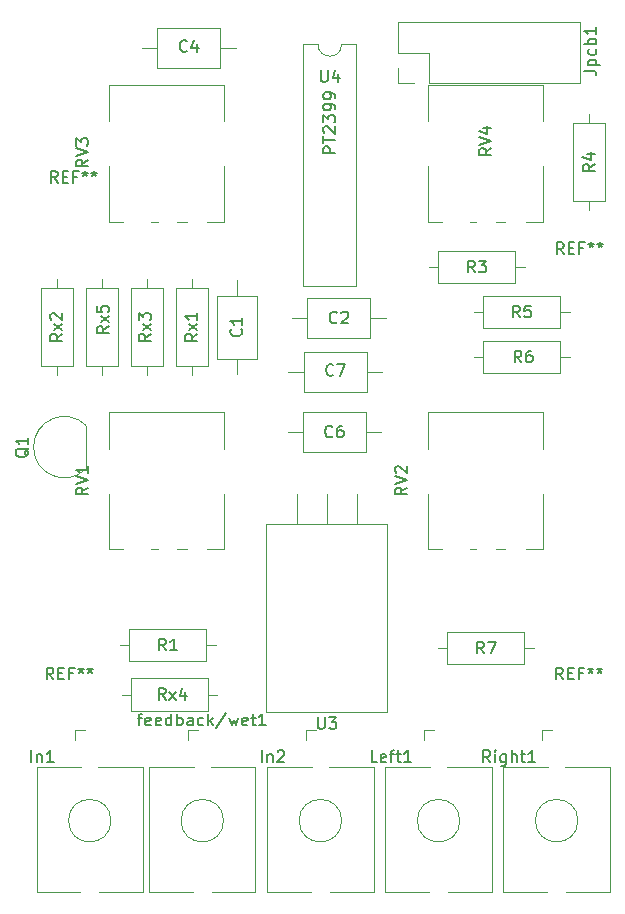
<source format=gbr>
%TF.GenerationSoftware,KiCad,Pcbnew,(6.0.8)*%
%TF.CreationDate,2022-12-02T10:00:09+00:00*%
%TF.ProjectId,DSP 1.0,44535020-312e-4302-9e6b-696361645f70,rev?*%
%TF.SameCoordinates,Original*%
%TF.FileFunction,Legend,Top*%
%TF.FilePolarity,Positive*%
%FSLAX46Y46*%
G04 Gerber Fmt 4.6, Leading zero omitted, Abs format (unit mm)*
G04 Created by KiCad (PCBNEW (6.0.8)) date 2022-12-02 10:00:09*
%MOMM*%
%LPD*%
G01*
G04 APERTURE LIST*
%ADD10C,0.150000*%
%ADD11C,0.120000*%
G04 APERTURE END LIST*
D10*
X73096380Y-84335619D02*
X72096380Y-84335619D01*
X72096380Y-83954666D01*
X72144000Y-83859428D01*
X72191619Y-83811809D01*
X72286857Y-83764190D01*
X72429714Y-83764190D01*
X72524952Y-83811809D01*
X72572571Y-83859428D01*
X72620190Y-83954666D01*
X72620190Y-84335619D01*
X72096380Y-83478476D02*
X72096380Y-82907047D01*
X73096380Y-83192761D02*
X72096380Y-83192761D01*
X72191619Y-82621333D02*
X72144000Y-82573714D01*
X72096380Y-82478476D01*
X72096380Y-82240380D01*
X72144000Y-82145142D01*
X72191619Y-82097523D01*
X72286857Y-82049904D01*
X72382095Y-82049904D01*
X72524952Y-82097523D01*
X73096380Y-82668952D01*
X73096380Y-82049904D01*
X72096380Y-81716571D02*
X72096380Y-81097523D01*
X72477333Y-81430857D01*
X72477333Y-81288000D01*
X72524952Y-81192761D01*
X72572571Y-81145142D01*
X72667809Y-81097523D01*
X72905904Y-81097523D01*
X73001142Y-81145142D01*
X73048761Y-81192761D01*
X73096380Y-81288000D01*
X73096380Y-81573714D01*
X73048761Y-81668952D01*
X73001142Y-81716571D01*
X73096380Y-80621333D02*
X73096380Y-80430857D01*
X73048761Y-80335619D01*
X73001142Y-80288000D01*
X72858285Y-80192761D01*
X72667809Y-80145142D01*
X72286857Y-80145142D01*
X72191619Y-80192761D01*
X72144000Y-80240380D01*
X72096380Y-80335619D01*
X72096380Y-80526095D01*
X72144000Y-80621333D01*
X72191619Y-80668952D01*
X72286857Y-80716571D01*
X72524952Y-80716571D01*
X72620190Y-80668952D01*
X72667809Y-80621333D01*
X72715428Y-80526095D01*
X72715428Y-80335619D01*
X72667809Y-80240380D01*
X72620190Y-80192761D01*
X72524952Y-80145142D01*
X73096380Y-79668952D02*
X73096380Y-79478476D01*
X73048761Y-79383238D01*
X73001142Y-79335619D01*
X72858285Y-79240380D01*
X72667809Y-79192761D01*
X72286857Y-79192761D01*
X72191619Y-79240380D01*
X72144000Y-79288000D01*
X72096380Y-79383238D01*
X72096380Y-79573714D01*
X72144000Y-79668952D01*
X72191619Y-79716571D01*
X72286857Y-79764190D01*
X72524952Y-79764190D01*
X72620190Y-79716571D01*
X72667809Y-79668952D01*
X72715428Y-79573714D01*
X72715428Y-79383238D01*
X72667809Y-79288000D01*
X72620190Y-79240380D01*
X72524952Y-79192761D01*
%TO.C,C4*%
X60539333Y-75668142D02*
X60491714Y-75715761D01*
X60348857Y-75763380D01*
X60253619Y-75763380D01*
X60110761Y-75715761D01*
X60015523Y-75620523D01*
X59967904Y-75525285D01*
X59920285Y-75334809D01*
X59920285Y-75191952D01*
X59967904Y-75001476D01*
X60015523Y-74906238D01*
X60110761Y-74811000D01*
X60253619Y-74763380D01*
X60348857Y-74763380D01*
X60491714Y-74811000D01*
X60539333Y-74858619D01*
X61396476Y-75096714D02*
X61396476Y-75763380D01*
X61158380Y-74715761D02*
X60920285Y-75430047D01*
X61539333Y-75430047D01*
%TO.C,In2*%
X66890428Y-135898380D02*
X66890428Y-134898380D01*
X67366619Y-135231714D02*
X67366619Y-135898380D01*
X67366619Y-135326952D02*
X67414238Y-135279333D01*
X67509476Y-135231714D01*
X67652333Y-135231714D01*
X67747571Y-135279333D01*
X67795190Y-135374571D01*
X67795190Y-135898380D01*
X68223761Y-134993619D02*
X68271380Y-134946000D01*
X68366619Y-134898380D01*
X68604714Y-134898380D01*
X68699952Y-134946000D01*
X68747571Y-134993619D01*
X68795190Y-135088857D01*
X68795190Y-135184095D01*
X68747571Y-135326952D01*
X68176142Y-135898380D01*
X68795190Y-135898380D01*
%TO.C,R3*%
X84923333Y-94432380D02*
X84590000Y-93956190D01*
X84351904Y-94432380D02*
X84351904Y-93432380D01*
X84732857Y-93432380D01*
X84828095Y-93480000D01*
X84875714Y-93527619D01*
X84923333Y-93622857D01*
X84923333Y-93765714D01*
X84875714Y-93860952D01*
X84828095Y-93908571D01*
X84732857Y-93956190D01*
X84351904Y-93956190D01*
X85256666Y-93432380D02*
X85875714Y-93432380D01*
X85542380Y-93813333D01*
X85685238Y-93813333D01*
X85780476Y-93860952D01*
X85828095Y-93908571D01*
X85875714Y-94003809D01*
X85875714Y-94241904D01*
X85828095Y-94337142D01*
X85780476Y-94384761D01*
X85685238Y-94432380D01*
X85399523Y-94432380D01*
X85304285Y-94384761D01*
X85256666Y-94337142D01*
%TO.C,R6*%
X88860333Y-102052380D02*
X88527000Y-101576190D01*
X88288904Y-102052380D02*
X88288904Y-101052380D01*
X88669857Y-101052380D01*
X88765095Y-101100000D01*
X88812714Y-101147619D01*
X88860333Y-101242857D01*
X88860333Y-101385714D01*
X88812714Y-101480952D01*
X88765095Y-101528571D01*
X88669857Y-101576190D01*
X88288904Y-101576190D01*
X89717476Y-101052380D02*
X89527000Y-101052380D01*
X89431761Y-101100000D01*
X89384142Y-101147619D01*
X89288904Y-101290476D01*
X89241285Y-101480952D01*
X89241285Y-101861904D01*
X89288904Y-101957142D01*
X89336523Y-102004761D01*
X89431761Y-102052380D01*
X89622238Y-102052380D01*
X89717476Y-102004761D01*
X89765095Y-101957142D01*
X89812714Y-101861904D01*
X89812714Y-101623809D01*
X89765095Y-101528571D01*
X89717476Y-101480952D01*
X89622238Y-101433333D01*
X89431761Y-101433333D01*
X89336523Y-101480952D01*
X89288904Y-101528571D01*
X89241285Y-101623809D01*
%TO.C,C6*%
X72858333Y-108307142D02*
X72810714Y-108354761D01*
X72667857Y-108402380D01*
X72572619Y-108402380D01*
X72429761Y-108354761D01*
X72334523Y-108259523D01*
X72286904Y-108164285D01*
X72239285Y-107973809D01*
X72239285Y-107830952D01*
X72286904Y-107640476D01*
X72334523Y-107545238D01*
X72429761Y-107450000D01*
X72572619Y-107402380D01*
X72667857Y-107402380D01*
X72810714Y-107450000D01*
X72858333Y-107497619D01*
X73715476Y-107402380D02*
X73525000Y-107402380D01*
X73429761Y-107450000D01*
X73382142Y-107497619D01*
X73286904Y-107640476D01*
X73239285Y-107830952D01*
X73239285Y-108211904D01*
X73286904Y-108307142D01*
X73334523Y-108354761D01*
X73429761Y-108402380D01*
X73620238Y-108402380D01*
X73715476Y-108354761D01*
X73763095Y-108307142D01*
X73810714Y-108211904D01*
X73810714Y-107973809D01*
X73763095Y-107878571D01*
X73715476Y-107830952D01*
X73620238Y-107783333D01*
X73429761Y-107783333D01*
X73334523Y-107830952D01*
X73286904Y-107878571D01*
X73239285Y-107973809D01*
%TO.C,Right1*%
X86223761Y-135898380D02*
X85890428Y-135422190D01*
X85652333Y-135898380D02*
X85652333Y-134898380D01*
X86033285Y-134898380D01*
X86128523Y-134946000D01*
X86176142Y-134993619D01*
X86223761Y-135088857D01*
X86223761Y-135231714D01*
X86176142Y-135326952D01*
X86128523Y-135374571D01*
X86033285Y-135422190D01*
X85652333Y-135422190D01*
X86652333Y-135898380D02*
X86652333Y-135231714D01*
X86652333Y-134898380D02*
X86604714Y-134946000D01*
X86652333Y-134993619D01*
X86699952Y-134946000D01*
X86652333Y-134898380D01*
X86652333Y-134993619D01*
X87557095Y-135231714D02*
X87557095Y-136041238D01*
X87509476Y-136136476D01*
X87461857Y-136184095D01*
X87366619Y-136231714D01*
X87223761Y-136231714D01*
X87128523Y-136184095D01*
X87557095Y-135850761D02*
X87461857Y-135898380D01*
X87271380Y-135898380D01*
X87176142Y-135850761D01*
X87128523Y-135803142D01*
X87080904Y-135707904D01*
X87080904Y-135422190D01*
X87128523Y-135326952D01*
X87176142Y-135279333D01*
X87271380Y-135231714D01*
X87461857Y-135231714D01*
X87557095Y-135279333D01*
X88033285Y-135898380D02*
X88033285Y-134898380D01*
X88461857Y-135898380D02*
X88461857Y-135374571D01*
X88414238Y-135279333D01*
X88319000Y-135231714D01*
X88176142Y-135231714D01*
X88080904Y-135279333D01*
X88033285Y-135326952D01*
X88795190Y-135231714D02*
X89176142Y-135231714D01*
X88938047Y-134898380D02*
X88938047Y-135755523D01*
X88985666Y-135850761D01*
X89080904Y-135898380D01*
X89176142Y-135898380D01*
X90033285Y-135898380D02*
X89461857Y-135898380D01*
X89747571Y-135898380D02*
X89747571Y-134898380D01*
X89652333Y-135041238D01*
X89557095Y-135136476D01*
X89461857Y-135184095D01*
%TO.C,REF\u002A\u002A*%
X49238066Y-128881380D02*
X48904733Y-128405190D01*
X48666638Y-128881380D02*
X48666638Y-127881380D01*
X49047590Y-127881380D01*
X49142828Y-127929000D01*
X49190447Y-127976619D01*
X49238066Y-128071857D01*
X49238066Y-128214714D01*
X49190447Y-128309952D01*
X49142828Y-128357571D01*
X49047590Y-128405190D01*
X48666638Y-128405190D01*
X49666638Y-128357571D02*
X49999971Y-128357571D01*
X50142828Y-128881380D02*
X49666638Y-128881380D01*
X49666638Y-127881380D01*
X50142828Y-127881380D01*
X50904733Y-128357571D02*
X50571400Y-128357571D01*
X50571400Y-128881380D02*
X50571400Y-127881380D01*
X51047590Y-127881380D01*
X51571400Y-127881380D02*
X51571400Y-128119476D01*
X51333304Y-128024238D02*
X51571400Y-128119476D01*
X51809495Y-128024238D01*
X51428542Y-128309952D02*
X51571400Y-128119476D01*
X51714257Y-128309952D01*
X52333304Y-127881380D02*
X52333304Y-128119476D01*
X52095209Y-128024238D02*
X52333304Y-128119476D01*
X52571400Y-128024238D01*
X52190447Y-128309952D02*
X52333304Y-128119476D01*
X52476161Y-128309952D01*
%TO.C,RV4*%
X86304380Y-83907238D02*
X85828190Y-84240571D01*
X86304380Y-84478666D02*
X85304380Y-84478666D01*
X85304380Y-84097714D01*
X85352000Y-84002476D01*
X85399619Y-83954857D01*
X85494857Y-83907238D01*
X85637714Y-83907238D01*
X85732952Y-83954857D01*
X85780571Y-84002476D01*
X85828190Y-84097714D01*
X85828190Y-84478666D01*
X85304380Y-83621523D02*
X86304380Y-83288190D01*
X85304380Y-82954857D01*
X85637714Y-82192952D02*
X86304380Y-82192952D01*
X85256761Y-82431047D02*
X85971047Y-82669142D01*
X85971047Y-82050095D01*
%TO.C,C1*%
X65127142Y-99226666D02*
X65174761Y-99274285D01*
X65222380Y-99417142D01*
X65222380Y-99512380D01*
X65174761Y-99655238D01*
X65079523Y-99750476D01*
X64984285Y-99798095D01*
X64793809Y-99845714D01*
X64650952Y-99845714D01*
X64460476Y-99798095D01*
X64365238Y-99750476D01*
X64270000Y-99655238D01*
X64222380Y-99512380D01*
X64222380Y-99417142D01*
X64270000Y-99274285D01*
X64317619Y-99226666D01*
X65222380Y-98274285D02*
X65222380Y-98845714D01*
X65222380Y-98560000D02*
X64222380Y-98560000D01*
X64365238Y-98655238D01*
X64460476Y-98750476D01*
X64508095Y-98845714D01*
%TO.C,Rx5*%
X53919380Y-98996428D02*
X53443190Y-99329761D01*
X53919380Y-99567857D02*
X52919380Y-99567857D01*
X52919380Y-99186904D01*
X52967000Y-99091666D01*
X53014619Y-99044047D01*
X53109857Y-98996428D01*
X53252714Y-98996428D01*
X53347952Y-99044047D01*
X53395571Y-99091666D01*
X53443190Y-99186904D01*
X53443190Y-99567857D01*
X53919380Y-98663095D02*
X53252714Y-98139285D01*
X53252714Y-98663095D02*
X53919380Y-98139285D01*
X52919380Y-97282142D02*
X52919380Y-97758333D01*
X53395571Y-97805952D01*
X53347952Y-97758333D01*
X53300333Y-97663095D01*
X53300333Y-97425000D01*
X53347952Y-97329761D01*
X53395571Y-97282142D01*
X53490809Y-97234523D01*
X53728904Y-97234523D01*
X53824142Y-97282142D01*
X53871761Y-97329761D01*
X53919380Y-97425000D01*
X53919380Y-97663095D01*
X53871761Y-97758333D01*
X53824142Y-97805952D01*
%TO.C,C7*%
X72938333Y-103100142D02*
X72890714Y-103147761D01*
X72747857Y-103195380D01*
X72652619Y-103195380D01*
X72509761Y-103147761D01*
X72414523Y-103052523D01*
X72366904Y-102957285D01*
X72319285Y-102766809D01*
X72319285Y-102623952D01*
X72366904Y-102433476D01*
X72414523Y-102338238D01*
X72509761Y-102243000D01*
X72652619Y-102195380D01*
X72747857Y-102195380D01*
X72890714Y-102243000D01*
X72938333Y-102290619D01*
X73271666Y-102195380D02*
X73938333Y-102195380D01*
X73509761Y-103195380D01*
%TO.C,feedback/wet1*%
X56372809Y-132119714D02*
X56753761Y-132119714D01*
X56515666Y-132786380D02*
X56515666Y-131929238D01*
X56563285Y-131834000D01*
X56658523Y-131786380D01*
X56753761Y-131786380D01*
X57468047Y-132738761D02*
X57372809Y-132786380D01*
X57182333Y-132786380D01*
X57087095Y-132738761D01*
X57039476Y-132643523D01*
X57039476Y-132262571D01*
X57087095Y-132167333D01*
X57182333Y-132119714D01*
X57372809Y-132119714D01*
X57468047Y-132167333D01*
X57515666Y-132262571D01*
X57515666Y-132357809D01*
X57039476Y-132453047D01*
X58325190Y-132738761D02*
X58229952Y-132786380D01*
X58039476Y-132786380D01*
X57944238Y-132738761D01*
X57896619Y-132643523D01*
X57896619Y-132262571D01*
X57944238Y-132167333D01*
X58039476Y-132119714D01*
X58229952Y-132119714D01*
X58325190Y-132167333D01*
X58372809Y-132262571D01*
X58372809Y-132357809D01*
X57896619Y-132453047D01*
X59229952Y-132786380D02*
X59229952Y-131786380D01*
X59229952Y-132738761D02*
X59134714Y-132786380D01*
X58944238Y-132786380D01*
X58849000Y-132738761D01*
X58801380Y-132691142D01*
X58753761Y-132595904D01*
X58753761Y-132310190D01*
X58801380Y-132214952D01*
X58849000Y-132167333D01*
X58944238Y-132119714D01*
X59134714Y-132119714D01*
X59229952Y-132167333D01*
X59706142Y-132786380D02*
X59706142Y-131786380D01*
X59706142Y-132167333D02*
X59801380Y-132119714D01*
X59991857Y-132119714D01*
X60087095Y-132167333D01*
X60134714Y-132214952D01*
X60182333Y-132310190D01*
X60182333Y-132595904D01*
X60134714Y-132691142D01*
X60087095Y-132738761D01*
X59991857Y-132786380D01*
X59801380Y-132786380D01*
X59706142Y-132738761D01*
X61039476Y-132786380D02*
X61039476Y-132262571D01*
X60991857Y-132167333D01*
X60896619Y-132119714D01*
X60706142Y-132119714D01*
X60610904Y-132167333D01*
X61039476Y-132738761D02*
X60944238Y-132786380D01*
X60706142Y-132786380D01*
X60610904Y-132738761D01*
X60563285Y-132643523D01*
X60563285Y-132548285D01*
X60610904Y-132453047D01*
X60706142Y-132405428D01*
X60944238Y-132405428D01*
X61039476Y-132357809D01*
X61944238Y-132738761D02*
X61849000Y-132786380D01*
X61658523Y-132786380D01*
X61563285Y-132738761D01*
X61515666Y-132691142D01*
X61468047Y-132595904D01*
X61468047Y-132310190D01*
X61515666Y-132214952D01*
X61563285Y-132167333D01*
X61658523Y-132119714D01*
X61849000Y-132119714D01*
X61944238Y-132167333D01*
X62372809Y-132786380D02*
X62372809Y-131786380D01*
X62468047Y-132405428D02*
X62753761Y-132786380D01*
X62753761Y-132119714D02*
X62372809Y-132500666D01*
X63896619Y-131738761D02*
X63039476Y-133024476D01*
X64134714Y-132119714D02*
X64325190Y-132786380D01*
X64515666Y-132310190D01*
X64706142Y-132786380D01*
X64896619Y-132119714D01*
X65658523Y-132738761D02*
X65563285Y-132786380D01*
X65372809Y-132786380D01*
X65277571Y-132738761D01*
X65229952Y-132643523D01*
X65229952Y-132262571D01*
X65277571Y-132167333D01*
X65372809Y-132119714D01*
X65563285Y-132119714D01*
X65658523Y-132167333D01*
X65706142Y-132262571D01*
X65706142Y-132357809D01*
X65229952Y-132453047D01*
X65991857Y-132119714D02*
X66372809Y-132119714D01*
X66134714Y-131786380D02*
X66134714Y-132643523D01*
X66182333Y-132738761D01*
X66277571Y-132786380D01*
X66372809Y-132786380D01*
X67229952Y-132786380D02*
X66658523Y-132786380D01*
X66944238Y-132786380D02*
X66944238Y-131786380D01*
X66849000Y-131929238D01*
X66753761Y-132024476D01*
X66658523Y-132072095D01*
%TO.C,U3*%
X71628095Y-132087380D02*
X71628095Y-132896904D01*
X71675714Y-132992142D01*
X71723333Y-133039761D01*
X71818571Y-133087380D01*
X72009047Y-133087380D01*
X72104285Y-133039761D01*
X72151904Y-132992142D01*
X72199523Y-132896904D01*
X72199523Y-132087380D01*
X72580476Y-132087380D02*
X73199523Y-132087380D01*
X72866190Y-132468333D01*
X73009047Y-132468333D01*
X73104285Y-132515952D01*
X73151904Y-132563571D01*
X73199523Y-132658809D01*
X73199523Y-132896904D01*
X73151904Y-132992142D01*
X73104285Y-133039761D01*
X73009047Y-133087380D01*
X72723333Y-133087380D01*
X72628095Y-133039761D01*
X72580476Y-132992142D01*
%TO.C,Q1*%
X47152619Y-109315238D02*
X47105000Y-109410476D01*
X47009761Y-109505714D01*
X46866904Y-109648571D01*
X46819285Y-109743809D01*
X46819285Y-109839047D01*
X47057380Y-109791428D02*
X47009761Y-109886666D01*
X46914523Y-109981904D01*
X46724047Y-110029523D01*
X46390714Y-110029523D01*
X46200238Y-109981904D01*
X46105000Y-109886666D01*
X46057380Y-109791428D01*
X46057380Y-109600952D01*
X46105000Y-109505714D01*
X46200238Y-109410476D01*
X46390714Y-109362857D01*
X46724047Y-109362857D01*
X46914523Y-109410476D01*
X47009761Y-109505714D01*
X47057380Y-109600952D01*
X47057380Y-109791428D01*
X47057380Y-108410476D02*
X47057380Y-108981904D01*
X47057380Y-108696190D02*
X46057380Y-108696190D01*
X46200238Y-108791428D01*
X46295476Y-108886666D01*
X46343095Y-108981904D01*
%TO.C,REF\u002A\u002A*%
X49593666Y-86844380D02*
X49260333Y-86368190D01*
X49022238Y-86844380D02*
X49022238Y-85844380D01*
X49403190Y-85844380D01*
X49498428Y-85892000D01*
X49546047Y-85939619D01*
X49593666Y-86034857D01*
X49593666Y-86177714D01*
X49546047Y-86272952D01*
X49498428Y-86320571D01*
X49403190Y-86368190D01*
X49022238Y-86368190D01*
X50022238Y-86320571D02*
X50355571Y-86320571D01*
X50498428Y-86844380D02*
X50022238Y-86844380D01*
X50022238Y-85844380D01*
X50498428Y-85844380D01*
X51260333Y-86320571D02*
X50927000Y-86320571D01*
X50927000Y-86844380D02*
X50927000Y-85844380D01*
X51403190Y-85844380D01*
X51927000Y-85844380D02*
X51927000Y-86082476D01*
X51688904Y-85987238D02*
X51927000Y-86082476D01*
X52165095Y-85987238D01*
X51784142Y-86272952D02*
X51927000Y-86082476D01*
X52069857Y-86272952D01*
X52688904Y-85844380D02*
X52688904Y-86082476D01*
X52450809Y-85987238D02*
X52688904Y-86082476D01*
X52927000Y-85987238D01*
X52546047Y-86272952D02*
X52688904Y-86082476D01*
X52831761Y-86272952D01*
%TO.C,RV1*%
X52166380Y-112640238D02*
X51690190Y-112973571D01*
X52166380Y-113211666D02*
X51166380Y-113211666D01*
X51166380Y-112830714D01*
X51214000Y-112735476D01*
X51261619Y-112687857D01*
X51356857Y-112640238D01*
X51499714Y-112640238D01*
X51594952Y-112687857D01*
X51642571Y-112735476D01*
X51690190Y-112830714D01*
X51690190Y-113211666D01*
X51166380Y-112354523D02*
X52166380Y-112021190D01*
X51166380Y-111687857D01*
X52166380Y-110830714D02*
X52166380Y-111402142D01*
X52166380Y-111116428D02*
X51166380Y-111116428D01*
X51309238Y-111211666D01*
X51404476Y-111306904D01*
X51452095Y-111402142D01*
%TO.C,In1*%
X47360428Y-135898380D02*
X47360428Y-134898380D01*
X47836619Y-135231714D02*
X47836619Y-135898380D01*
X47836619Y-135326952D02*
X47884238Y-135279333D01*
X47979476Y-135231714D01*
X48122333Y-135231714D01*
X48217571Y-135279333D01*
X48265190Y-135374571D01*
X48265190Y-135898380D01*
X49265190Y-135898380D02*
X48693761Y-135898380D01*
X48979476Y-135898380D02*
X48979476Y-134898380D01*
X48884238Y-135041238D01*
X48789000Y-135136476D01*
X48693761Y-135184095D01*
%TO.C,REF\u002A\u002A*%
X92392666Y-128881380D02*
X92059333Y-128405190D01*
X91821238Y-128881380D02*
X91821238Y-127881380D01*
X92202190Y-127881380D01*
X92297428Y-127929000D01*
X92345047Y-127976619D01*
X92392666Y-128071857D01*
X92392666Y-128214714D01*
X92345047Y-128309952D01*
X92297428Y-128357571D01*
X92202190Y-128405190D01*
X91821238Y-128405190D01*
X92821238Y-128357571D02*
X93154571Y-128357571D01*
X93297428Y-128881380D02*
X92821238Y-128881380D01*
X92821238Y-127881380D01*
X93297428Y-127881380D01*
X94059333Y-128357571D02*
X93726000Y-128357571D01*
X93726000Y-128881380D02*
X93726000Y-127881380D01*
X94202190Y-127881380D01*
X94726000Y-127881380D02*
X94726000Y-128119476D01*
X94487904Y-128024238D02*
X94726000Y-128119476D01*
X94964095Y-128024238D01*
X94583142Y-128309952D02*
X94726000Y-128119476D01*
X94868857Y-128309952D01*
X95487904Y-127881380D02*
X95487904Y-128119476D01*
X95249809Y-128024238D02*
X95487904Y-128119476D01*
X95726000Y-128024238D01*
X95345047Y-128309952D02*
X95487904Y-128119476D01*
X95630761Y-128309952D01*
%TO.C,Rx4*%
X58737571Y-130627380D02*
X58404238Y-130151190D01*
X58166142Y-130627380D02*
X58166142Y-129627380D01*
X58547095Y-129627380D01*
X58642333Y-129675000D01*
X58689952Y-129722619D01*
X58737571Y-129817857D01*
X58737571Y-129960714D01*
X58689952Y-130055952D01*
X58642333Y-130103571D01*
X58547095Y-130151190D01*
X58166142Y-130151190D01*
X59070904Y-130627380D02*
X59594714Y-129960714D01*
X59070904Y-129960714D02*
X59594714Y-130627380D01*
X60404238Y-129960714D02*
X60404238Y-130627380D01*
X60166142Y-129579761D02*
X59928047Y-130294047D01*
X60547095Y-130294047D01*
%TO.C,Rx2*%
X49982380Y-99631428D02*
X49506190Y-99964761D01*
X49982380Y-100202857D02*
X48982380Y-100202857D01*
X48982380Y-99821904D01*
X49030000Y-99726666D01*
X49077619Y-99679047D01*
X49172857Y-99631428D01*
X49315714Y-99631428D01*
X49410952Y-99679047D01*
X49458571Y-99726666D01*
X49506190Y-99821904D01*
X49506190Y-100202857D01*
X49982380Y-99298095D02*
X49315714Y-98774285D01*
X49315714Y-99298095D02*
X49982380Y-98774285D01*
X49077619Y-98440952D02*
X49030000Y-98393333D01*
X48982380Y-98298095D01*
X48982380Y-98060000D01*
X49030000Y-97964761D01*
X49077619Y-97917142D01*
X49172857Y-97869523D01*
X49268095Y-97869523D01*
X49410952Y-97917142D01*
X49982380Y-98488571D01*
X49982380Y-97869523D01*
%TO.C,Jpcb1*%
X94194380Y-77358666D02*
X94908666Y-77358666D01*
X95051523Y-77406285D01*
X95146761Y-77501523D01*
X95194380Y-77644380D01*
X95194380Y-77739619D01*
X94527714Y-76882476D02*
X95527714Y-76882476D01*
X94575333Y-76882476D02*
X94527714Y-76787238D01*
X94527714Y-76596761D01*
X94575333Y-76501523D01*
X94622952Y-76453904D01*
X94718190Y-76406285D01*
X95003904Y-76406285D01*
X95099142Y-76453904D01*
X95146761Y-76501523D01*
X95194380Y-76596761D01*
X95194380Y-76787238D01*
X95146761Y-76882476D01*
X95146761Y-75549142D02*
X95194380Y-75644380D01*
X95194380Y-75834857D01*
X95146761Y-75930095D01*
X95099142Y-75977714D01*
X95003904Y-76025333D01*
X94718190Y-76025333D01*
X94622952Y-75977714D01*
X94575333Y-75930095D01*
X94527714Y-75834857D01*
X94527714Y-75644380D01*
X94575333Y-75549142D01*
X95194380Y-75120571D02*
X94194380Y-75120571D01*
X94575333Y-75120571D02*
X94527714Y-75025333D01*
X94527714Y-74834857D01*
X94575333Y-74739619D01*
X94622952Y-74692000D01*
X94718190Y-74644380D01*
X95003904Y-74644380D01*
X95099142Y-74692000D01*
X95146761Y-74739619D01*
X95194380Y-74834857D01*
X95194380Y-75025333D01*
X95146761Y-75120571D01*
X95194380Y-73692000D02*
X95194380Y-74263428D01*
X95194380Y-73977714D02*
X94194380Y-73977714D01*
X94337238Y-74072952D01*
X94432476Y-74168190D01*
X94480095Y-74263428D01*
%TO.C,U4*%
X71882095Y-77303380D02*
X71882095Y-78112904D01*
X71929714Y-78208142D01*
X71977333Y-78255761D01*
X72072571Y-78303380D01*
X72263047Y-78303380D01*
X72358285Y-78255761D01*
X72405904Y-78208142D01*
X72453523Y-78112904D01*
X72453523Y-77303380D01*
X73358285Y-77636714D02*
X73358285Y-78303380D01*
X73120190Y-77255761D02*
X72882095Y-77970047D01*
X73501142Y-77970047D01*
%TO.C,RV3*%
X52166380Y-84885238D02*
X51690190Y-85218571D01*
X52166380Y-85456666D02*
X51166380Y-85456666D01*
X51166380Y-85075714D01*
X51214000Y-84980476D01*
X51261619Y-84932857D01*
X51356857Y-84885238D01*
X51499714Y-84885238D01*
X51594952Y-84932857D01*
X51642571Y-84980476D01*
X51690190Y-85075714D01*
X51690190Y-85456666D01*
X51166380Y-84599523D02*
X52166380Y-84266190D01*
X51166380Y-83932857D01*
X51166380Y-83694761D02*
X51166380Y-83075714D01*
X51547333Y-83409047D01*
X51547333Y-83266190D01*
X51594952Y-83170952D01*
X51642571Y-83123333D01*
X51737809Y-83075714D01*
X51975904Y-83075714D01*
X52071142Y-83123333D01*
X52118761Y-83170952D01*
X52166380Y-83266190D01*
X52166380Y-83551904D01*
X52118761Y-83647142D01*
X52071142Y-83694761D01*
%TO.C,R4*%
X95067380Y-85256666D02*
X94591190Y-85590000D01*
X95067380Y-85828095D02*
X94067380Y-85828095D01*
X94067380Y-85447142D01*
X94115000Y-85351904D01*
X94162619Y-85304285D01*
X94257857Y-85256666D01*
X94400714Y-85256666D01*
X94495952Y-85304285D01*
X94543571Y-85351904D01*
X94591190Y-85447142D01*
X94591190Y-85828095D01*
X94400714Y-84399523D02*
X95067380Y-84399523D01*
X94019761Y-84637619D02*
X94734047Y-84875714D01*
X94734047Y-84256666D01*
%TO.C,Rx1*%
X61412380Y-99631428D02*
X60936190Y-99964761D01*
X61412380Y-100202857D02*
X60412380Y-100202857D01*
X60412380Y-99821904D01*
X60460000Y-99726666D01*
X60507619Y-99679047D01*
X60602857Y-99631428D01*
X60745714Y-99631428D01*
X60840952Y-99679047D01*
X60888571Y-99726666D01*
X60936190Y-99821904D01*
X60936190Y-100202857D01*
X61412380Y-99298095D02*
X60745714Y-98774285D01*
X60745714Y-99298095D02*
X61412380Y-98774285D01*
X61412380Y-97869523D02*
X61412380Y-98440952D01*
X61412380Y-98155238D02*
X60412380Y-98155238D01*
X60555238Y-98250476D01*
X60650476Y-98345714D01*
X60698095Y-98440952D01*
%TO.C,REF\u002A\u002A*%
X92443466Y-92889580D02*
X92110133Y-92413390D01*
X91872038Y-92889580D02*
X91872038Y-91889580D01*
X92252990Y-91889580D01*
X92348228Y-91937200D01*
X92395847Y-91984819D01*
X92443466Y-92080057D01*
X92443466Y-92222914D01*
X92395847Y-92318152D01*
X92348228Y-92365771D01*
X92252990Y-92413390D01*
X91872038Y-92413390D01*
X92872038Y-92365771D02*
X93205371Y-92365771D01*
X93348228Y-92889580D02*
X92872038Y-92889580D01*
X92872038Y-91889580D01*
X93348228Y-91889580D01*
X94110133Y-92365771D02*
X93776800Y-92365771D01*
X93776800Y-92889580D02*
X93776800Y-91889580D01*
X94252990Y-91889580D01*
X94776800Y-91889580D02*
X94776800Y-92127676D01*
X94538704Y-92032438D02*
X94776800Y-92127676D01*
X95014895Y-92032438D01*
X94633942Y-92318152D02*
X94776800Y-92127676D01*
X94919657Y-92318152D01*
X95538704Y-91889580D02*
X95538704Y-92127676D01*
X95300609Y-92032438D02*
X95538704Y-92127676D01*
X95776800Y-92032438D01*
X95395847Y-92318152D02*
X95538704Y-92127676D01*
X95681561Y-92318152D01*
%TO.C,R1*%
X58761333Y-126436380D02*
X58428000Y-125960190D01*
X58189904Y-126436380D02*
X58189904Y-125436380D01*
X58570857Y-125436380D01*
X58666095Y-125484000D01*
X58713714Y-125531619D01*
X58761333Y-125626857D01*
X58761333Y-125769714D01*
X58713714Y-125864952D01*
X58666095Y-125912571D01*
X58570857Y-125960190D01*
X58189904Y-125960190D01*
X59713714Y-126436380D02*
X59142285Y-126436380D01*
X59428000Y-126436380D02*
X59428000Y-125436380D01*
X59332761Y-125579238D01*
X59237523Y-125674476D01*
X59142285Y-125722095D01*
%TO.C,Left1*%
X76652333Y-135898380D02*
X76176142Y-135898380D01*
X76176142Y-134898380D01*
X77366619Y-135850761D02*
X77271380Y-135898380D01*
X77080904Y-135898380D01*
X76985666Y-135850761D01*
X76938047Y-135755523D01*
X76938047Y-135374571D01*
X76985666Y-135279333D01*
X77080904Y-135231714D01*
X77271380Y-135231714D01*
X77366619Y-135279333D01*
X77414238Y-135374571D01*
X77414238Y-135469809D01*
X76938047Y-135565047D01*
X77699952Y-135231714D02*
X78080904Y-135231714D01*
X77842809Y-135898380D02*
X77842809Y-135041238D01*
X77890428Y-134946000D01*
X77985666Y-134898380D01*
X78080904Y-134898380D01*
X78271380Y-135231714D02*
X78652333Y-135231714D01*
X78414238Y-134898380D02*
X78414238Y-135755523D01*
X78461857Y-135850761D01*
X78557095Y-135898380D01*
X78652333Y-135898380D01*
X79509476Y-135898380D02*
X78938047Y-135898380D01*
X79223761Y-135898380D02*
X79223761Y-134898380D01*
X79128523Y-135041238D01*
X79033285Y-135136476D01*
X78938047Y-135184095D01*
%TO.C,Rx3*%
X57475380Y-99631428D02*
X56999190Y-99964761D01*
X57475380Y-100202857D02*
X56475380Y-100202857D01*
X56475380Y-99821904D01*
X56523000Y-99726666D01*
X56570619Y-99679047D01*
X56665857Y-99631428D01*
X56808714Y-99631428D01*
X56903952Y-99679047D01*
X56951571Y-99726666D01*
X56999190Y-99821904D01*
X56999190Y-100202857D01*
X57475380Y-99298095D02*
X56808714Y-98774285D01*
X56808714Y-99298095D02*
X57475380Y-98774285D01*
X56475380Y-98488571D02*
X56475380Y-97869523D01*
X56856333Y-98202857D01*
X56856333Y-98060000D01*
X56903952Y-97964761D01*
X56951571Y-97917142D01*
X57046809Y-97869523D01*
X57284904Y-97869523D01*
X57380142Y-97917142D01*
X57427761Y-97964761D01*
X57475380Y-98060000D01*
X57475380Y-98345714D01*
X57427761Y-98440952D01*
X57380142Y-98488571D01*
%TO.C,R5*%
X88733333Y-98242380D02*
X88400000Y-97766190D01*
X88161904Y-98242380D02*
X88161904Y-97242380D01*
X88542857Y-97242380D01*
X88638095Y-97290000D01*
X88685714Y-97337619D01*
X88733333Y-97432857D01*
X88733333Y-97575714D01*
X88685714Y-97670952D01*
X88638095Y-97718571D01*
X88542857Y-97766190D01*
X88161904Y-97766190D01*
X89638095Y-97242380D02*
X89161904Y-97242380D01*
X89114285Y-97718571D01*
X89161904Y-97670952D01*
X89257142Y-97623333D01*
X89495238Y-97623333D01*
X89590476Y-97670952D01*
X89638095Y-97718571D01*
X89685714Y-97813809D01*
X89685714Y-98051904D01*
X89638095Y-98147142D01*
X89590476Y-98194761D01*
X89495238Y-98242380D01*
X89257142Y-98242380D01*
X89161904Y-98194761D01*
X89114285Y-98147142D01*
%TO.C,C2*%
X73239333Y-98655142D02*
X73191714Y-98702761D01*
X73048857Y-98750380D01*
X72953619Y-98750380D01*
X72810761Y-98702761D01*
X72715523Y-98607523D01*
X72667904Y-98512285D01*
X72620285Y-98321809D01*
X72620285Y-98178952D01*
X72667904Y-97988476D01*
X72715523Y-97893238D01*
X72810761Y-97798000D01*
X72953619Y-97750380D01*
X73048857Y-97750380D01*
X73191714Y-97798000D01*
X73239333Y-97845619D01*
X73620285Y-97845619D02*
X73667904Y-97798000D01*
X73763142Y-97750380D01*
X74001238Y-97750380D01*
X74096476Y-97798000D01*
X74144095Y-97845619D01*
X74191714Y-97940857D01*
X74191714Y-98036095D01*
X74144095Y-98178952D01*
X73572666Y-98750380D01*
X74191714Y-98750380D01*
%TO.C,R7*%
X85685333Y-126690380D02*
X85352000Y-126214190D01*
X85113904Y-126690380D02*
X85113904Y-125690380D01*
X85494857Y-125690380D01*
X85590095Y-125738000D01*
X85637714Y-125785619D01*
X85685333Y-125880857D01*
X85685333Y-126023714D01*
X85637714Y-126118952D01*
X85590095Y-126166571D01*
X85494857Y-126214190D01*
X85113904Y-126214190D01*
X86018666Y-125690380D02*
X86685333Y-125690380D01*
X86256761Y-126690380D01*
%TO.C,RV2*%
X79166380Y-112640238D02*
X78690190Y-112973571D01*
X79166380Y-113211666D02*
X78166380Y-113211666D01*
X78166380Y-112830714D01*
X78214000Y-112735476D01*
X78261619Y-112687857D01*
X78356857Y-112640238D01*
X78499714Y-112640238D01*
X78594952Y-112687857D01*
X78642571Y-112735476D01*
X78690190Y-112830714D01*
X78690190Y-113211666D01*
X78166380Y-112354523D02*
X79166380Y-112021190D01*
X78166380Y-111687857D01*
X78261619Y-111402142D02*
X78214000Y-111354523D01*
X78166380Y-111259285D01*
X78166380Y-111021190D01*
X78214000Y-110925952D01*
X78261619Y-110878333D01*
X78356857Y-110830714D01*
X78452095Y-110830714D01*
X78594952Y-110878333D01*
X79166380Y-111449761D01*
X79166380Y-110830714D01*
D11*
%TO.C,C4*%
X58036000Y-77108000D02*
X63376000Y-77108000D01*
X63376000Y-77108000D02*
X63376000Y-73768000D01*
X58036000Y-73768000D02*
X58036000Y-77108000D01*
X64666000Y-75438000D02*
X63376000Y-75438000D01*
X63376000Y-73768000D02*
X58036000Y-73768000D01*
X56746000Y-75438000D02*
X58036000Y-75438000D01*
%TO.C,In2*%
X71049000Y-146846000D02*
X67349000Y-146846000D01*
X76349000Y-146846000D02*
X72649000Y-146846000D01*
X70619000Y-133196000D02*
X70619000Y-133996000D01*
X76349000Y-136346000D02*
X72569000Y-136346000D01*
X67349000Y-136346000D02*
X67349000Y-146846000D01*
X76349000Y-136346000D02*
X76349000Y-146846000D01*
X70619000Y-133196000D02*
X71479000Y-133196000D01*
X71129000Y-136346000D02*
X67349000Y-136346000D01*
X73649000Y-140846000D02*
G75*
G03*
X73649000Y-140846000I-1800000J0D01*
G01*
%TO.C,R3*%
X81820000Y-92610000D02*
X81820000Y-95350000D01*
X89130000Y-93980000D02*
X88360000Y-93980000D01*
X81820000Y-95350000D02*
X88360000Y-95350000D01*
X88360000Y-92610000D02*
X81820000Y-92610000D01*
X81050000Y-93980000D02*
X81820000Y-93980000D01*
X88360000Y-95350000D02*
X88360000Y-92610000D01*
%TO.C,R6*%
X92170000Y-100230000D02*
X85630000Y-100230000D01*
X92170000Y-102970000D02*
X92170000Y-100230000D01*
X85630000Y-102970000D02*
X92170000Y-102970000D01*
X85630000Y-100230000D02*
X85630000Y-102970000D01*
X92940000Y-101600000D02*
X92170000Y-101600000D01*
X84860000Y-101600000D02*
X85630000Y-101600000D01*
%TO.C,C6*%
X69065000Y-107950000D02*
X70355000Y-107950000D01*
X75695000Y-106280000D02*
X70355000Y-106280000D01*
X76985000Y-107950000D02*
X75695000Y-107950000D01*
X75695000Y-109620000D02*
X75695000Y-106280000D01*
X70355000Y-109620000D02*
X75695000Y-109620000D01*
X70355000Y-106280000D02*
X70355000Y-109620000D01*
%TO.C,Right1*%
X91129000Y-136346000D02*
X87349000Y-136346000D01*
X96349000Y-136346000D02*
X92569000Y-136346000D01*
X96349000Y-136346000D02*
X96349000Y-146846000D01*
X91049000Y-146846000D02*
X87349000Y-146846000D01*
X90619000Y-133196000D02*
X91479000Y-133196000D01*
X87349000Y-136346000D02*
X87349000Y-146846000D01*
X90619000Y-133196000D02*
X90619000Y-133996000D01*
X96349000Y-146846000D02*
X92649000Y-146846000D01*
X93649000Y-140846000D02*
G75*
G03*
X93649000Y-140846000I-1800000J0D01*
G01*
%TO.C,RV4*%
X85064000Y-90120000D02*
X84534000Y-90120000D01*
X90724000Y-90120000D02*
X90724000Y-85400000D01*
X90724000Y-81590000D02*
X90724000Y-78530000D01*
X87514000Y-90120000D02*
X86684000Y-90120000D01*
X80974000Y-90120000D02*
X80974000Y-85400000D01*
X90724000Y-90120000D02*
X89234000Y-90120000D01*
X80984000Y-81590000D02*
X80984000Y-78530000D01*
X82164000Y-90120000D02*
X80984000Y-90120000D01*
X90724000Y-78530000D02*
X80984000Y-78530000D01*
%TO.C,C1*%
X63100000Y-96390000D02*
X63100000Y-101730000D01*
X66440000Y-101730000D02*
X66440000Y-96390000D01*
X64770000Y-95100000D02*
X64770000Y-96390000D01*
X66440000Y-96390000D02*
X63100000Y-96390000D01*
X64770000Y-103020000D02*
X64770000Y-101730000D01*
X63100000Y-101730000D02*
X66440000Y-101730000D01*
%TO.C,Rx5*%
X53340000Y-103100000D02*
X53340000Y-102330000D01*
X54710000Y-95790000D02*
X51970000Y-95790000D01*
X54710000Y-102330000D02*
X54710000Y-95790000D01*
X51970000Y-95790000D02*
X51970000Y-102330000D01*
X53340000Y-95020000D02*
X53340000Y-95790000D01*
X51970000Y-102330000D02*
X54710000Y-102330000D01*
%TO.C,C7*%
X77065000Y-102870000D02*
X75775000Y-102870000D01*
X75775000Y-101200000D02*
X70435000Y-101200000D01*
X75775000Y-104540000D02*
X75775000Y-101200000D01*
X70435000Y-101200000D02*
X70435000Y-104540000D01*
X69145000Y-102870000D02*
X70435000Y-102870000D01*
X70435000Y-104540000D02*
X75775000Y-104540000D01*
%TO.C,feedback/wet1*%
X60619000Y-133196000D02*
X61479000Y-133196000D01*
X61129000Y-136346000D02*
X57349000Y-136346000D01*
X60619000Y-133196000D02*
X60619000Y-133996000D01*
X66349000Y-146846000D02*
X62649000Y-146846000D01*
X61049000Y-146846000D02*
X57349000Y-146846000D01*
X66349000Y-136346000D02*
X66349000Y-146846000D01*
X57349000Y-136346000D02*
X57349000Y-146846000D01*
X66349000Y-136346000D02*
X62569000Y-136346000D01*
X63649000Y-140846000D02*
G75*
G03*
X63649000Y-140846000I-1800000J0D01*
G01*
%TO.C,U3*%
X72390000Y-115745000D02*
X72390000Y-113205000D01*
X77510000Y-115745000D02*
X67270000Y-115745000D01*
X69850000Y-115745000D02*
X69850000Y-113205000D01*
X74930000Y-115745000D02*
X74930000Y-113205000D01*
X77510000Y-131635000D02*
X67270000Y-131635000D01*
X67270000Y-131635000D02*
X67270000Y-115745000D01*
X77510000Y-131635000D02*
X77510000Y-115745000D01*
%TO.C,Q1*%
X52015000Y-111020000D02*
X52015000Y-107420000D01*
X52003478Y-107381522D02*
G75*
G03*
X47565000Y-109220000I-1838478J-1838478D01*
G01*
X47564999Y-109220000D02*
G75*
G03*
X52003478Y-111058478I2600001J0D01*
G01*
%TO.C,RV1*%
X63724000Y-117875000D02*
X63724000Y-113155000D01*
X55164000Y-117875000D02*
X53984000Y-117875000D01*
X63724000Y-109345000D02*
X63724000Y-106285000D01*
X53974000Y-117875000D02*
X53974000Y-113155000D01*
X53984000Y-109345000D02*
X53984000Y-106285000D01*
X63724000Y-117875000D02*
X62234000Y-117875000D01*
X60514000Y-117875000D02*
X59684000Y-117875000D01*
X58064000Y-117875000D02*
X57534000Y-117875000D01*
X63724000Y-106285000D02*
X53984000Y-106285000D01*
%TO.C,In1*%
X51519000Y-146846000D02*
X47819000Y-146846000D01*
X56819000Y-146846000D02*
X53119000Y-146846000D01*
X51089000Y-133196000D02*
X51089000Y-133996000D01*
X56819000Y-136346000D02*
X53039000Y-136346000D01*
X51599000Y-136346000D02*
X47819000Y-136346000D01*
X47819000Y-136346000D02*
X47819000Y-146846000D01*
X56819000Y-136346000D02*
X56819000Y-146846000D01*
X51089000Y-133196000D02*
X51949000Y-133196000D01*
X54119000Y-140846000D02*
G75*
G03*
X54119000Y-140846000I-1800000J0D01*
G01*
%TO.C,Rx4*%
X63095000Y-130175000D02*
X62325000Y-130175000D01*
X62325000Y-128805000D02*
X55785000Y-128805000D01*
X55015000Y-130175000D02*
X55785000Y-130175000D01*
X62325000Y-131545000D02*
X62325000Y-128805000D01*
X55785000Y-131545000D02*
X62325000Y-131545000D01*
X55785000Y-128805000D02*
X55785000Y-131545000D01*
%TO.C,Rx2*%
X49530000Y-95020000D02*
X49530000Y-95790000D01*
X49530000Y-103100000D02*
X49530000Y-102330000D01*
X48160000Y-95790000D02*
X48160000Y-102330000D01*
X50900000Y-102330000D02*
X50900000Y-95790000D01*
X50900000Y-95790000D02*
X48160000Y-95790000D01*
X48160000Y-102330000D02*
X50900000Y-102330000D01*
%TO.C,Jpcb1*%
X81031000Y-75824000D02*
X78431000Y-75824000D01*
X78431000Y-73224000D02*
X93791000Y-73224000D01*
X78431000Y-75824000D02*
X78431000Y-73224000D01*
X81031000Y-78424000D02*
X81031000Y-75824000D01*
X81031000Y-78424000D02*
X93791000Y-78424000D01*
X78431000Y-78424000D02*
X78431000Y-77094000D01*
X79761000Y-78424000D02*
X78431000Y-78424000D01*
X93791000Y-78424000D02*
X93791000Y-73224000D01*
%TO.C,U4*%
X74894000Y-95564000D02*
X74894000Y-75124000D01*
X74894000Y-75124000D02*
X73644000Y-75124000D01*
X70394000Y-75124000D02*
X70394000Y-95564000D01*
X71644000Y-75124000D02*
X70394000Y-75124000D01*
X70394000Y-95564000D02*
X74894000Y-95564000D01*
X71644000Y-75124000D02*
G75*
G03*
X73644000Y-75124000I1000000J0D01*
G01*
%TO.C,RV3*%
X53984000Y-81590000D02*
X53984000Y-78530000D01*
X63724000Y-90120000D02*
X62234000Y-90120000D01*
X63724000Y-78530000D02*
X53984000Y-78530000D01*
X63724000Y-90120000D02*
X63724000Y-85400000D01*
X60514000Y-90120000D02*
X59684000Y-90120000D01*
X58064000Y-90120000D02*
X57534000Y-90120000D01*
X63724000Y-81590000D02*
X63724000Y-78530000D01*
X53974000Y-90120000D02*
X53974000Y-85400000D01*
X55164000Y-90120000D02*
X53984000Y-90120000D01*
%TO.C,R4*%
X95985000Y-88360000D02*
X95985000Y-81820000D01*
X94615000Y-89130000D02*
X94615000Y-88360000D01*
X93245000Y-88360000D02*
X95985000Y-88360000D01*
X93245000Y-81820000D02*
X93245000Y-88360000D01*
X94615000Y-81050000D02*
X94615000Y-81820000D01*
X95985000Y-81820000D02*
X93245000Y-81820000D01*
%TO.C,Rx1*%
X60960000Y-95020000D02*
X60960000Y-95790000D01*
X59590000Y-102330000D02*
X62330000Y-102330000D01*
X59590000Y-95790000D02*
X59590000Y-102330000D01*
X62330000Y-95790000D02*
X59590000Y-95790000D01*
X62330000Y-102330000D02*
X62330000Y-95790000D01*
X60960000Y-103100000D02*
X60960000Y-102330000D01*
%TO.C,R1*%
X62198000Y-124614000D02*
X55658000Y-124614000D01*
X55658000Y-127354000D02*
X62198000Y-127354000D01*
X54888000Y-125984000D02*
X55658000Y-125984000D01*
X62198000Y-127354000D02*
X62198000Y-124614000D01*
X62968000Y-125984000D02*
X62198000Y-125984000D01*
X55658000Y-124614000D02*
X55658000Y-127354000D01*
%TO.C,Left1*%
X86349000Y-136346000D02*
X82569000Y-136346000D01*
X86349000Y-136346000D02*
X86349000Y-146846000D01*
X81129000Y-136346000D02*
X77349000Y-136346000D01*
X80619000Y-133196000D02*
X80619000Y-133996000D01*
X80619000Y-133196000D02*
X81479000Y-133196000D01*
X86349000Y-146846000D02*
X82649000Y-146846000D01*
X77349000Y-136346000D02*
X77349000Y-146846000D01*
X81049000Y-146846000D02*
X77349000Y-146846000D01*
X83649000Y-140846000D02*
G75*
G03*
X83649000Y-140846000I-1800000J0D01*
G01*
%TO.C,Rx3*%
X55780000Y-95790000D02*
X55780000Y-102330000D01*
X57150000Y-103100000D02*
X57150000Y-102330000D01*
X58520000Y-95790000D02*
X55780000Y-95790000D01*
X58520000Y-102330000D02*
X58520000Y-95790000D01*
X55780000Y-102330000D02*
X58520000Y-102330000D01*
X57150000Y-95020000D02*
X57150000Y-95790000D01*
%TO.C,R5*%
X92170000Y-99160000D02*
X92170000Y-96420000D01*
X92940000Y-97790000D02*
X92170000Y-97790000D01*
X85630000Y-96420000D02*
X85630000Y-99160000D01*
X84860000Y-97790000D02*
X85630000Y-97790000D01*
X85630000Y-99160000D02*
X92170000Y-99160000D01*
X92170000Y-96420000D02*
X85630000Y-96420000D01*
%TO.C,C2*%
X76076000Y-99968000D02*
X76076000Y-96628000D01*
X70736000Y-99968000D02*
X76076000Y-99968000D01*
X76076000Y-96628000D02*
X70736000Y-96628000D01*
X77366000Y-98298000D02*
X76076000Y-98298000D01*
X70736000Y-96628000D02*
X70736000Y-99968000D01*
X69446000Y-98298000D02*
X70736000Y-98298000D01*
%TO.C,R7*%
X89122000Y-127608000D02*
X89122000Y-124868000D01*
X82582000Y-124868000D02*
X82582000Y-127608000D01*
X81812000Y-126238000D02*
X82582000Y-126238000D01*
X89892000Y-126238000D02*
X89122000Y-126238000D01*
X89122000Y-124868000D02*
X82582000Y-124868000D01*
X82582000Y-127608000D02*
X89122000Y-127608000D01*
%TO.C,RV2*%
X90724000Y-117875000D02*
X89234000Y-117875000D01*
X80984000Y-109345000D02*
X80984000Y-106285000D01*
X87514000Y-117875000D02*
X86684000Y-117875000D01*
X90724000Y-106285000D02*
X80984000Y-106285000D01*
X82164000Y-117875000D02*
X80984000Y-117875000D01*
X80974000Y-117875000D02*
X80974000Y-113155000D01*
X90724000Y-117875000D02*
X90724000Y-113155000D01*
X85064000Y-117875000D02*
X84534000Y-117875000D01*
X90724000Y-109345000D02*
X90724000Y-106285000D01*
%TD*%
M02*

</source>
